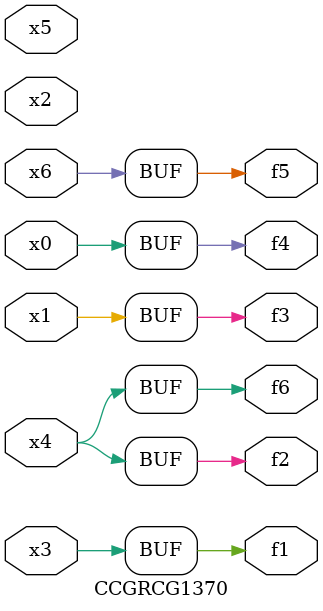
<source format=v>
module CCGRCG1370(
	input x0, x1, x2, x3, x4, x5, x6,
	output f1, f2, f3, f4, f5, f6
);
	assign f1 = x3;
	assign f2 = x4;
	assign f3 = x1;
	assign f4 = x0;
	assign f5 = x6;
	assign f6 = x4;
endmodule

</source>
